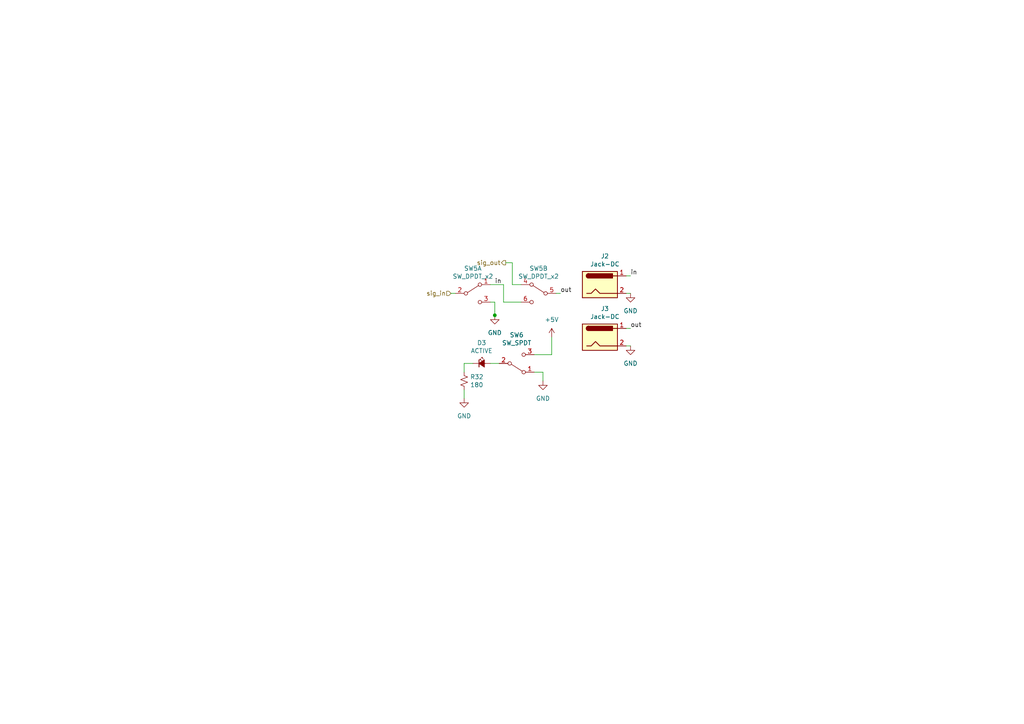
<source format=kicad_sch>
(kicad_sch (version 20230121) (generator eeschema)
  (paper "A4")
  (lib_symbols
    (symbol "Connector:Jack-DC" (pin_names (offset 1.016))
      (property "Reference" "J" (at 0 5.334 0))
      (property "Value" "Jack-DC" (at 0 -5.08 0))
      (symbol "Jack-DC_0_1"
        (rectangle (start -5.08 3.81) (end 5.08 -3.81) (stroke (width 0.254)) (fill (type background)))
        (arc (start -3.302 3.175) (mid -3.9343 2.54) (end -3.302 1.905) (stroke (width 0.254)))
        (arc (start -3.302 3.175) (mid -3.9343 2.54) (end -3.302 1.905) (stroke (width 0.254)) (fill (type outline)))
        (polyline (pts (xy 5.08 2.54) (xy 3.81 2.54)) (stroke (width 0.254)))
        (polyline (pts (xy -3.81 -2.54) (xy -2.54 -2.54) (xy -1.27 -1.27) (xy 0 -2.54) (xy 2.54 -2.54) (xy 5.08 -2.54)) (stroke (width 0.254)))
        (rectangle (start 3.683 3.175) (end -3.302 1.905) (stroke (width 0.254)) (fill (type outline)))
      )
      (symbol "Jack-DC_1_1"
        (pin passive line (at 7.62 2.54 180) (length 2.54) (name "~") (number "1"))
        (pin passive line (at 7.62 -2.54 180) (length 2.54) (name "~") (number "2"))
      )
    )
    (symbol "Device:LED_Small_Filled" (pin_numbers hide) (pin_names (offset 0.254) hide)
      (property "Reference" "D" (at -1.27 3.175 0))
      (property "Value" "LED_Small_Filled" (at -4.445 -2.54 0))
      (symbol "LED_Small_Filled_0_1"
        (polyline (pts (xy -0.762 -1.016) (xy -0.762 1.016)) (stroke (width 0.254)))
        (polyline (pts (xy 1.016 0) (xy -0.762 0)))
        (polyline (pts (xy 0.762 -1.016) (xy -0.762 0) (xy 0.762 1.016) (xy 0.762 -1.016)) (stroke (width 0.254)) (fill (type outline)))
        (polyline (pts (xy 0 0.762) (xy -0.508 1.27) (xy -0.254 1.27) (xy -0.508 1.27) (xy -0.508 1.016)))
        (polyline (pts (xy 0.508 1.27) (xy 0 1.778) (xy 0.254 1.778) (xy 0 1.778) (xy 0 1.524)))
      )
      (symbol "LED_Small_Filled_1_1"
        (pin passive line (at -2.54 0 0) (length 1.778) (name "K") (number "1"))
        (pin passive line (at 2.54 0 180) (length 1.778) (name "A") (number "2"))
      )
    )
    (symbol "Device:R_Small_US" (pin_numbers hide) (pin_names (offset 0.254) hide)
      (property "Reference" "R" (at 0.762 0.508 0))
      (property "Value" "R_Small_US" (at 0.762 -1.016 0))
      (symbol "R_Small_US_1_1"
        (polyline (pts (xy 0 0) (xy 1.016 -0.381) (xy 0 -0.762) (xy -1.016 -1.143) (xy 0 -1.524)))
        (polyline (pts (xy 0 1.524) (xy 1.016 1.143) (xy 0 0.762) (xy -1.016 0.381) (xy 0 0)))
        (pin passive line (at 0 2.54 270) (length 1.016) (name "~") (number "1"))
        (pin passive line (at 0 -2.54 90) (length 1.016) (name "~") (number "2"))
      )
    )
    (symbol "Switch:SW_DPDT_x2" (pin_names (offset 0) hide)
      (property "Reference" "SW" (at 0 4.318 0))
      (property "Value" "SW_DPDT_x2" (at 0 -5.08 0))
      (symbol "SW_DPDT_x2_0_0"
        (circle (center -2.032 0) (radius 0.508))
        (circle (center 2.032 -2.54) (radius 0.508))
      )
      (symbol "SW_DPDT_x2_0_1"
        (polyline (pts (xy -1.524 0.254) (xy 1.651 2.286)))
        (circle (center 2.032 2.54) (radius 0.508))
      )
      (symbol "SW_DPDT_x2_1_1"
        (pin passive line (at 5.08 2.54 180) (length 2.54) (name "A") (number "1"))
        (pin passive line (at -5.08 0 0) (length 2.54) (name "B") (number "2"))
        (pin passive line (at 5.08 -2.54 180) (length 2.54) (name "C") (number "3"))
      )
      (symbol "SW_DPDT_x2_2_1"
        (pin passive line (at 5.08 2.54 180) (length 2.54) (name "A") (number "4"))
        (pin passive line (at -5.08 0 0) (length 2.54) (name "B") (number "5"))
        (pin passive line (at 5.08 -2.54 180) (length 2.54) (name "C") (number "6"))
      )
    )
    (symbol "Switch:SW_SPDT" (pin_names (offset 0) hide)
      (property "Reference" "SW" (at 0 4.318 0))
      (property "Value" "SW_SPDT" (at 0 -5.08 0))
      (symbol "SW_SPDT_0_0"
        (circle (center -2.032 0) (radius 0.508))
        (circle (center 2.032 -2.54) (radius 0.508))
      )
      (symbol "SW_SPDT_0_1"
        (polyline (pts (xy -1.524 0.254) (xy 1.651 2.286)))
        (circle (center 2.032 2.54) (radius 0.508))
      )
      (symbol "SW_SPDT_1_1"
        (pin passive line (at 5.08 2.54 180) (length 2.54) (name "A") (number "1"))
        (pin passive line (at -5.08 0 0) (length 2.54) (name "B") (number "2"))
        (pin passive line (at 5.08 -2.54 180) (length 2.54) (name "C") (number "3"))
      )
    )
    (symbol "power:+5V" (power) (pin_names (offset 0))
      (property "Value" "+5V" (at 0 3.556 0))
      (symbol "+5V_0_1"
        (polyline (pts (xy -0.762 1.27) (xy 0 2.54)))
        (polyline (pts (xy 0 0) (xy 0 2.54)))
        (polyline (pts (xy 0 2.54) (xy 0.762 1.27)))
      )
      (symbol "+5V_1_1"
        (pin power_in line (at 0 0 90) (length 0) hide (name "+5V") (number "1"))
      )
    )
    (symbol "power:GND" (power) (pin_names (offset 0))
      (property "Value" "GND" (at 0 -3.81 0))
      (symbol "GND_0_1"
        (polyline (pts (xy 0 0) (xy 0 -1.27) (xy 1.27 -1.27) (xy 0 -2.54) (xy -1.27 -1.27) (xy 0 -1.27)))
      )
      (symbol "GND_1_1"
        (pin power_in line (at 0 0 270) (length 0) hide (name "GND") (number "1"))
      )
    )
  )
  (junction (at 143.51 91.44))
  (wire (pts (xy 143.51 87.63) (xy 143.51 91.44)))
  (wire (pts (xy 160.02 97.79) (xy 160.02 102.87)))
  (wire (pts (xy 143.51 91.44) (xy 143.51 92.075)))
  (wire (pts (xy 143.51 87.63) (xy 142.24 87.63)))
  (wire (pts (xy 182.88 95.25) (xy 181.61 95.25)))
  (wire (pts (xy 148.59 76.2) (xy 146.685 76.2)))
  (wire (pts (xy 142.24 105.41) (xy 144.78 105.41)))
  (wire (pts (xy 157.48 107.95) (xy 157.48 110.49)))
  (wire (pts (xy 142.24 82.55) (xy 146.05 82.55)))
  (wire (pts (xy 157.48 107.95) (xy 154.94 107.95)))
  (wire (pts (xy 181.61 100.33) (xy 182.88 100.33)))
  (wire (pts (xy 148.59 82.55) (xy 148.59 76.2)))
  (wire (pts (xy 134.62 115.57) (xy 134.62 113.03)))
  (wire (pts (xy 134.62 107.95) (xy 134.62 105.41)))
  (wire (pts (xy 146.05 87.63) (xy 151.13 87.63)))
  (wire (pts (xy 162.56 85.09) (xy 161.29 85.09)))
  (wire (pts (xy 130.81 85.09) (xy 132.08 85.09)))
  (wire (pts (xy 151.13 82.55) (xy 148.59 82.55)))
  (wire (pts (xy 181.61 85.09) (xy 182.88 85.09)))
  (wire (pts (xy 134.62 105.41) (xy 137.16 105.41)))
  (wire (pts (xy 160.02 102.87) (xy 154.94 102.87)))
  (wire (pts (xy 182.88 80.01) (xy 181.61 80.01)))
  (wire (pts (xy 146.05 82.55) (xy 146.05 87.63)))
  (label "in" (at 143.51 82.55 0))
  (label "out" (at 162.56 85.09 0))
  (label "out" (at 182.88 95.25 0))
  (label "in" (at 182.88 80.01 0))
  (hierarchical_label "sig_out" (shape output) (at 146.685 76.2 180))
  (hierarchical_label "sig_in" (shape input) (at 130.81 85.09 180))
  (symbol (lib_id "power:+5V") (at 160.02 97.79 0) (unit 1)
    (property "Reference" "#PWR03" (effects hide))
    (property "Value" "+5V" (at 160.02 92.71 0))
  )
  (symbol (lib_id "Device:R_Small_US") (at 134.62 110.49 0) (unit 1)
    (property "Reference" "R32" (at 136.3472 109.3216 0) (effects (justify left)))
    (property "Value" "180" (at 136.3472 111.633 0) (effects (justify left)))
    (property "Footprint" "Resistor_THT:R_Axial_DIN0207_L6.3mm_D2.5mm_P7.62mm_Horizontal" (effects hide))
  )
  (symbol (lib_id "Switch:SW_DPDT_x2") (at 156.21 85.09 0) (mirror y) (unit 2)
    (property "Reference" "SW5" (at 156.21 77.851 0))
    (property "Value" "SW_DPDT_x2" (at 156.21 80.1624 0))
  )
  (symbol (lib_id "Device:LED_Small_Filled") (at 139.7 105.41 0) (unit 1)
    (property "Reference" "D3" (at 139.7 99.441 0))
    (property "Value" "ACTIVE" (at 139.7 101.7524 0))
    (property "Footprint" "LED_THT:LED_D4.0mm" (effects hide))
  )
  (symbol (lib_id "Switch:SW_DPDT_x2") (at 137.16 85.09 0) (unit 1)
    (property "Reference" "SW5" (at 137.16 77.851 0))
    (property "Value" "SW_DPDT_x2" (at 137.16 80.1624 0))
  )
  (symbol (lib_id "power:GND") (at 182.88 85.09 0) (unit 1)
    (property "Reference" "#PWR06" (effects hide))
    (property "Value" "GND" (at 182.88 90.17 0))
  )
  (symbol (lib_id "Connector:Jack-DC") (at 173.99 97.79 0) (unit 1)
    (property "Reference" "J3" (at 175.4378 89.535 0))
    (property "Value" "Jack-DC" (at 175.4378 91.8464 0))
    (property "Footprint" "Connector_PinHeader_2.54mm:PinHeader_1x02_P2.54mm_Vertical" (effects hide))
  )
  (symbol (lib_id "Switch:SW_SPDT") (at 149.86 105.41 0) (mirror x) (unit 1)
    (property "Reference" "SW6" (at 149.86 97.155 0))
    (property "Value" "SW_SPDT" (at 149.86 99.4664 0))
  )
  (symbol (lib_id "power:GND") (at 134.62 115.57 0) (unit 1)
    (property "Reference" "#PWR01" (effects hide))
    (property "Value" "GND" (at 134.62 120.65 0))
  )
  (symbol (lib_id "Connector:Jack-DC") (at 173.99 82.55 0) (unit 1)
    (property "Reference" "J2" (at 175.4378 74.295 0))
    (property "Value" "Jack-DC" (at 175.4378 76.6064 0))
    (property "Footprint" "Connector_PinHeader_2.54mm:PinHeader_1x02_P2.54mm_Vertical" (effects hide))
  )
  (symbol (lib_id "power:GND") (at 143.51 91.44 0) (unit 1)
    (property "Reference" "#PWR04" (effects hide))
    (property "Value" "GND" (at 143.51 96.52 0))
  )
  (symbol (lib_id "power:GND") (at 157.48 110.49 0) (unit 1)
    (property "Reference" "#PWR02" (effects hide))
    (property "Value" "GND" (at 157.48 115.57 0))
  )
  (symbol (lib_id "power:GND") (at 182.88 100.33 0) (unit 1)
    (property "Reference" "#PWR05" (effects hide))
    (property "Value" "GND" (at 182.88 105.41 0))
  )
)
</source>
